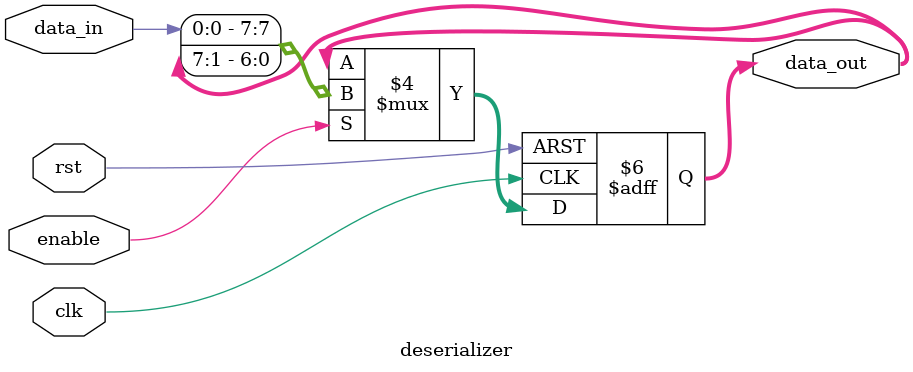
<source format=v>
module deserializer (
    input wire data_in,
    input wire enable,
    input wire clk,
    input wire rst,
    output reg [7:0] data_out
    //output wire done
);
    
    always @(posedge clk or negedge rst) begin
        if(!rst)begin
            data_out <= 0;
        end
        else if (enable) begin
            data_out <= {data_in,data_out[7:1]};
        end
        else begin
            data_out <= data_out; //<=0
        end
    end
endmodule

</source>
